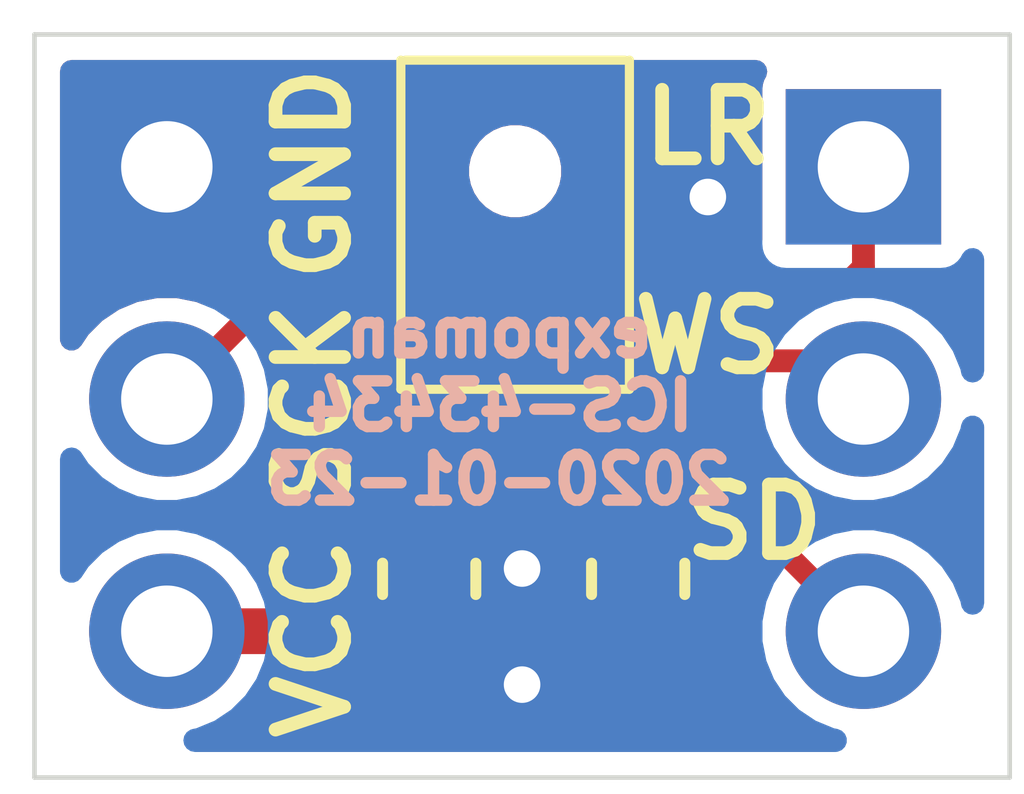
<source format=kicad_pcb>
(kicad_pcb (version 20171130) (host pcbnew 5.1.5+dfsg1-2)

  (general
    (thickness 1.6)
    (drawings 11)
    (tracks 22)
    (zones 0)
    (modules 5)
    (nets 7)
  )

  (page A4)
  (layers
    (0 F.Cu signal)
    (31 B.Cu signal hide)
    (32 B.Adhes user hide)
    (33 F.Adhes user hide)
    (34 B.Paste user hide)
    (35 F.Paste user hide)
    (36 B.SilkS user hide)
    (37 F.SilkS user)
    (38 B.Mask user hide)
    (39 F.Mask user hide)
    (40 Dwgs.User user hide)
    (41 Cmts.User user hide)
    (42 Eco1.User user hide)
    (43 Eco2.User user hide)
    (44 Edge.Cuts user)
    (45 Margin user hide)
    (46 B.CrtYd user hide)
    (47 F.CrtYd user hide)
    (48 B.Fab user hide)
    (49 F.Fab user hide)
  )

  (setup
    (last_trace_width 0.25)
    (user_trace_width 0.2)
    (user_trace_width 0.25)
    (user_trace_width 0.5)
    (trace_clearance 0.2)
    (zone_clearance 0.254)
    (zone_45_only no)
    (trace_min 0.2)
    (via_size 0.8)
    (via_drill 0.4)
    (via_min_size 0.4)
    (via_min_drill 0.3)
    (uvia_size 0.3)
    (uvia_drill 0.1)
    (uvias_allowed no)
    (uvia_min_size 0.2)
    (uvia_min_drill 0.1)
    (edge_width 0.05)
    (segment_width 0.2)
    (pcb_text_width 0.3)
    (pcb_text_size 1.5 1.5)
    (mod_edge_width 0.12)
    (mod_text_size 1 1)
    (mod_text_width 0.15)
    (pad_size 1.524 1.524)
    (pad_drill 0.762)
    (pad_to_mask_clearance 0.051)
    (solder_mask_min_width 0.25)
    (aux_axis_origin 0 0)
    (visible_elements FFFFFF7F)
    (pcbplotparams
      (layerselection 0x010fc_ffffffff)
      (usegerberextensions false)
      (usegerberattributes false)
      (usegerberadvancedattributes false)
      (creategerberjobfile false)
      (excludeedgelayer true)
      (linewidth 0.100000)
      (plotframeref false)
      (viasonmask false)
      (mode 1)
      (useauxorigin false)
      (hpglpennumber 1)
      (hpglpenspeed 20)
      (hpglpendiameter 15.000000)
      (psnegative false)
      (psa4output false)
      (plotreference true)
      (plotvalue true)
      (plotinvisibletext false)
      (padsonsilk false)
      (subtractmaskfromsilk false)
      (outputformat 1)
      (mirror false)
      (drillshape 1)
      (scaleselection 1)
      (outputdirectory ""))
  )

  (net 0 "")
  (net 1 GND)
  (net 2 VCC)
  (net 3 /WS)
  (net 4 /SCK)
  (net 5 /SD)
  (net 6 /LR)

  (net_class Default "Dies ist die voreingestellte Netzklasse."
    (clearance 0.2)
    (trace_width 0.25)
    (via_dia 0.8)
    (via_drill 0.4)
    (uvia_dia 0.3)
    (uvia_drill 0.1)
    (add_net /LR)
    (add_net /SCK)
    (add_net /SD)
    (add_net /WS)
    (add_net GND)
    (add_net VCC)
  )

  (module Resistor_SMD:R_0603_1608Metric_Pad1.05x0.95mm_HandSolder (layer F.Cu) (tedit 5B301BBD) (tstamp 5E29B28D)
    (at 105.156 104.507 90)
    (descr "Resistor SMD 0603 (1608 Metric), square (rectangular) end terminal, IPC_7351 nominal with elongated pad for handsoldering. (Body size source: http://www.tortai-tech.com/upload/download/2011102023233369053.pdf), generated with kicad-footprint-generator")
    (tags "resistor handsolder")
    (path /5E29CF02)
    (attr smd)
    (fp_text reference R1 (at 0 -1.43 90) (layer F.SilkS) hide
      (effects (font (size 1 1) (thickness 0.15)))
    )
    (fp_text value 100k (at 0 1.43 90) (layer F.Fab)
      (effects (font (size 1 1) (thickness 0.15)))
    )
    (fp_text user %R (at 0 0 90) (layer F.Fab)
      (effects (font (size 0.4 0.4) (thickness 0.06)))
    )
    (fp_line (start 1.65 0.73) (end -1.65 0.73) (layer F.CrtYd) (width 0.05))
    (fp_line (start 1.65 -0.73) (end 1.65 0.73) (layer F.CrtYd) (width 0.05))
    (fp_line (start -1.65 -0.73) (end 1.65 -0.73) (layer F.CrtYd) (width 0.05))
    (fp_line (start -1.65 0.73) (end -1.65 -0.73) (layer F.CrtYd) (width 0.05))
    (fp_line (start -0.171267 0.51) (end 0.171267 0.51) (layer F.SilkS) (width 0.12))
    (fp_line (start -0.171267 -0.51) (end 0.171267 -0.51) (layer F.SilkS) (width 0.12))
    (fp_line (start 0.8 0.4) (end -0.8 0.4) (layer F.Fab) (width 0.1))
    (fp_line (start 0.8 -0.4) (end 0.8 0.4) (layer F.Fab) (width 0.1))
    (fp_line (start -0.8 -0.4) (end 0.8 -0.4) (layer F.Fab) (width 0.1))
    (fp_line (start -0.8 0.4) (end -0.8 -0.4) (layer F.Fab) (width 0.1))
    (pad 2 smd roundrect (at 0.875 0 90) (size 1.05 0.95) (layers F.Cu F.Paste F.Mask) (roundrect_rratio 0.25)
      (net 5 /SD))
    (pad 1 smd roundrect (at -0.875 0 90) (size 1.05 0.95) (layers F.Cu F.Paste F.Mask) (roundrect_rratio 0.25)
      (net 1 GND))
    (model ${KISYS3DMOD}/Resistor_SMD.3dshapes/R_0603_1608Metric.wrl
      (at (xyz 0 0 0))
      (scale (xyz 1 1 1))
      (rotate (xyz 0 0 0))
    )
  )

  (module Connector_PinSocket_2.54mm:PinSocket_1x03_P2.54mm_Vertical (layer F.Cu) (tedit 5E295D8C) (tstamp 5E294537)
    (at 100 100)
    (descr "Through hole straight socket strip, 1x03, 2.54mm pitch, single row (from Kicad 4.0.7), script generated")
    (tags "Through hole socket strip THT 1x03 2.54mm single row")
    (path /5E2945BD)
    (fp_text reference J1 (at 0 -2.77) (layer F.SilkS) hide
      (effects (font (size 1 1) (thickness 0.15)))
    )
    (fp_text value Conn_01x03_Male (at 0 7.85) (layer F.Fab)
      (effects (font (size 1 1) (thickness 0.15)))
    )
    (fp_text user %R (at 0 2.54 90) (layer F.Fab)
      (effects (font (size 1 1) (thickness 0.15)))
    )
    (fp_line (start -1.8 6.85) (end -1.8 -1.8) (layer F.CrtYd) (width 0.05))
    (fp_line (start 1.75 6.85) (end -1.8 6.85) (layer F.CrtYd) (width 0.05))
    (fp_line (start 1.75 -1.8) (end 1.75 6.85) (layer F.CrtYd) (width 0.05))
    (fp_line (start -1.8 -1.8) (end 1.75 -1.8) (layer F.CrtYd) (width 0.05))
    (fp_line (start -1.27 6.35) (end -1.27 -1.27) (layer F.Fab) (width 0.1))
    (fp_line (start 1.27 6.35) (end -1.27 6.35) (layer F.Fab) (width 0.1))
    (fp_line (start 1.27 -0.635) (end 1.27 6.35) (layer F.Fab) (width 0.1))
    (fp_line (start 0.635 -1.27) (end 1.27 -0.635) (layer F.Fab) (width 0.1))
    (fp_line (start -1.27 -1.27) (end 0.635 -1.27) (layer F.Fab) (width 0.1))
    (pad 3 thru_hole oval (at 0 5.08) (size 1.7 1.7) (drill 1) (layers *.Cu *.Mask)
      (net 2 VCC))
    (pad 2 thru_hole oval (at 0 2.54) (size 1.7 1.7) (drill 1) (layers *.Cu *.Mask)
      (net 4 /SCK))
    (pad 1 thru_hole rect (at 0 0) (size 1.7 1.7) (drill 1) (layers *.Cu *.Mask)
      (net 1 GND))
    (model ${KISYS3DMOD}/Connector_PinSocket_2.54mm.3dshapes/PinSocket_1x03_P2.54mm_Vertical.wrl
      (at (xyz 0 0 0))
      (scale (xyz 1 1 1))
      (rotate (xyz 0 0 0))
    )
  )

  (module Connector_PinSocket_2.54mm:PinSocket_1x03_P2.54mm_Vertical (layer F.Cu) (tedit 5E295CE9) (tstamp 5E29AAD6)
    (at 107.62 100)
    (descr "Through hole straight socket strip, 1x03, 2.54mm pitch, single row (from Kicad 4.0.7), script generated")
    (tags "Through hole socket strip THT 1x03 2.54mm single row")
    (path /5E294D7F)
    (fp_text reference J2 (at 0 -2.77) (layer F.SilkS) hide
      (effects (font (size 1 1) (thickness 0.15)))
    )
    (fp_text value Conn_01x03_Male (at 0 7.85) (layer F.Fab)
      (effects (font (size 1 1) (thickness 0.15)))
    )
    (fp_text user %R (at 0 2.54 90) (layer F.Fab)
      (effects (font (size 1 1) (thickness 0.15)))
    )
    (fp_line (start -1.8 6.85) (end -1.8 -1.8) (layer F.CrtYd) (width 0.05))
    (fp_line (start 1.75 6.85) (end -1.8 6.85) (layer F.CrtYd) (width 0.05))
    (fp_line (start 1.75 -1.8) (end 1.75 6.85) (layer F.CrtYd) (width 0.05))
    (fp_line (start -1.8 -1.8) (end 1.75 -1.8) (layer F.CrtYd) (width 0.05))
    (fp_line (start -1.27 6.35) (end -1.27 -1.27) (layer F.Fab) (width 0.1))
    (fp_line (start 1.27 6.35) (end -1.27 6.35) (layer F.Fab) (width 0.1))
    (fp_line (start 1.27 -0.635) (end 1.27 6.35) (layer F.Fab) (width 0.1))
    (fp_line (start 0.635 -1.27) (end 1.27 -0.635) (layer F.Fab) (width 0.1))
    (fp_line (start -1.27 -1.27) (end 0.635 -1.27) (layer F.Fab) (width 0.1))
    (pad 3 thru_hole oval (at 0 5.08) (size 1.7 1.7) (drill 1) (layers *.Cu *.Mask)
      (net 5 /SD))
    (pad 2 thru_hole oval (at 0 2.54) (size 1.7 1.7) (drill 1) (layers *.Cu *.Mask)
      (net 3 /WS))
    (pad 1 thru_hole rect (at 0 0) (size 1.7 1.7) (drill 1) (layers *.Cu *.Mask)
      (net 6 /LR))
    (model ${KISYS3DMOD}/Connector_PinSocket_2.54mm.3dshapes/PinSocket_1x03_P2.54mm_Vertical.wrl
      (at (xyz 0 0 0))
      (scale (xyz 1 1 1))
      (rotate (xyz 0 0 0))
    )
  )

  (module Sensor_Audio:TDK_ICS-43434 (layer F.Cu) (tedit 5E2947D7) (tstamp 5E29AAD9)
    (at 103.81 101.3 90)
    (path /5E27F3BF)
    (fp_text reference U1 (at 1.01 -2.13 90) (layer F.SilkS) hide
      (effects (font (size 1 1) (thickness 0.15)))
    )
    (fp_text value ICS-43434 (at 0.57 -3.68 90) (layer F.Fab)
      (effects (font (size 1 1) (thickness 0.15)))
    )
    (fp_arc (start 1.252 0) (end 0.5645 0) (angle -60) (layer F.Paste) (width 0.25))
    (fp_arc (start 1.252 0) (end 1.252 -0.6875) (angle -60) (layer F.Paste) (width 0.25))
    (fp_arc (start 1.252 0) (end 1.9395 0) (angle -60) (layer F.Paste) (width 0.25))
    (fp_arc (start 1.252 0) (end 1.252 0.6875) (angle -60) (layer F.Paste) (width 0.25))
    (fp_line (start -1.133 -1.25) (end -1.133 1.25) (layer F.CrtYd) (width 0.1))
    (fp_line (start 2.467 -1.25) (end 2.467 1.25) (layer F.CrtYd) (width 0.1))
    (fp_line (start -1.133 -1.25) (end 2.467 -1.25) (layer F.CrtYd) (width 0.1))
    (fp_line (start -1.133 1.25) (end 2.467 1.25) (layer F.CrtYd) (width 0.1))
    (fp_line (start -1.133 -1.25) (end -1.133 1.25) (layer F.SilkS) (width 0.1))
    (fp_line (start 2.467 -1.2) (end 2.467 1.2) (layer F.SilkS) (width 0.1))
    (fp_line (start -1.133 -1.25) (end 2.467 -1.25) (layer F.SilkS) (width 0.1))
    (fp_line (start -1.133 1.25) (end 2.467 1.25) (layer F.SilkS) (width 0.1))
    (pad 3 smd custom (at 1.9145 0 90) (size 0.2 0.2) (layers F.Cu F.Mask)
      (net 1 GND) (zone_connect 2)
      (options (clearance outline) (anchor circle))
      (primitives
        (gr_circle (center -0.6625 0) (end 0 0) (width 0.3))
      ))
    (pad "" np_thru_hole circle (at 1.252 0 90) (size 0.5 0.5) (drill 0.5) (layers *.Cu *.Mask)
      (zone_connect 0))
    (pad 4 smd rect (at 0 -0.9 90) (size 0.522 0.6) (layers F.Cu F.Paste F.Mask)
      (net 4 /SCK))
    (pad 5 smd rect (at -0.822 -0.9 90) (size 0.522 0.6) (layers F.Cu F.Paste F.Mask)
      (net 2 VCC))
    (pad 6 smd rect (at -0.822 0 90) (size 0.522 0.6) (layers F.Cu F.Paste F.Mask)
      (net 5 /SD))
    (pad 2 smd rect (at 0 0.9 90) (size 0.522 0.6) (layers F.Cu F.Paste F.Mask)
      (net 6 /LR))
    (pad 1 smd rect (at -0.822 0.9 90) (size 0.522 0.6) (layers F.Cu F.Paste F.Mask)
      (net 3 /WS))
  )

  (module Capacitor_SMD:C_0603_1608Metric_Pad1.05x0.95mm_HandSolder (layer F.Cu) (tedit 5B301BBE) (tstamp 5E2A9B8B)
    (at 102.87 104.507 270)
    (descr "Capacitor SMD 0603 (1608 Metric), square (rectangular) end terminal, IPC_7351 nominal with elongated pad for handsoldering. (Body size source: http://www.tortai-tech.com/upload/download/2011102023233369053.pdf), generated with kicad-footprint-generator")
    (tags "capacitor handsolder")
    (path /5E296A82)
    (attr smd)
    (fp_text reference C1 (at 0 -1.43 90) (layer F.SilkS) hide
      (effects (font (size 1 1) (thickness 0.15)))
    )
    (fp_text value 100nF (at 0 1.43 90) (layer F.Fab)
      (effects (font (size 1 1) (thickness 0.15)))
    )
    (fp_text user %R (at 0 0 90) (layer F.Fab)
      (effects (font (size 0.4 0.4) (thickness 0.06)))
    )
    (fp_line (start 1.65 0.73) (end -1.65 0.73) (layer F.CrtYd) (width 0.05))
    (fp_line (start 1.65 -0.73) (end 1.65 0.73) (layer F.CrtYd) (width 0.05))
    (fp_line (start -1.65 -0.73) (end 1.65 -0.73) (layer F.CrtYd) (width 0.05))
    (fp_line (start -1.65 0.73) (end -1.65 -0.73) (layer F.CrtYd) (width 0.05))
    (fp_line (start -0.171267 0.51) (end 0.171267 0.51) (layer F.SilkS) (width 0.12))
    (fp_line (start -0.171267 -0.51) (end 0.171267 -0.51) (layer F.SilkS) (width 0.12))
    (fp_line (start 0.8 0.4) (end -0.8 0.4) (layer F.Fab) (width 0.1))
    (fp_line (start 0.8 -0.4) (end 0.8 0.4) (layer F.Fab) (width 0.1))
    (fp_line (start -0.8 -0.4) (end 0.8 -0.4) (layer F.Fab) (width 0.1))
    (fp_line (start -0.8 0.4) (end -0.8 -0.4) (layer F.Fab) (width 0.1))
    (pad 2 smd roundrect (at 0.875 0 270) (size 1.05 0.95) (layers F.Cu F.Paste F.Mask) (roundrect_rratio 0.25)
      (net 1 GND))
    (pad 1 smd roundrect (at -0.875 0 270) (size 1.05 0.95) (layers F.Cu F.Paste F.Mask) (roundrect_rratio 0.25)
      (net 2 VCC))
    (model ${KISYS3DMOD}/Capacitor_SMD.3dshapes/C_0603_1608Metric.wrl
      (at (xyz 0 0 0))
      (scale (xyz 1 1 1))
      (rotate (xyz 0 0 0))
    )
  )

  (gr_text "expoman\nICS-43434\n2020-01-23" (at 103.632 102.616) (layer B.SilkS)
    (effects (font (size 0.5 0.5) (thickness 0.125)) (justify mirror))
  )
  (gr_text GND (at 101.6 100.076 90) (layer F.SilkS)
    (effects (font (size 0.75 0.75) (thickness 0.15)))
  )
  (gr_text SCK (at 101.6 102.616 90) (layer F.SilkS)
    (effects (font (size 0.75 0.75) (thickness 0.15)))
  )
  (gr_text VCC (at 101.6 105.156 90) (layer F.SilkS)
    (effects (font (size 0.75 0.75) (thickness 0.15)))
  )
  (gr_text LR (at 105.918 99.568) (layer F.SilkS)
    (effects (font (size 0.75 0.75) (thickness 0.15)))
  )
  (gr_text WS (at 105.918 101.854) (layer F.SilkS) (tstamp 5E29B2BA)
    (effects (font (size 0.75 0.75) (thickness 0.15)))
  )
  (gr_text SD (at 106.426 103.886) (layer F.SilkS)
    (effects (font (size 0.75 0.75) (thickness 0.15)))
  )
  (gr_line (start 109.22 98.552) (end 98.552 98.552) (layer Edge.Cuts) (width 0.05) (tstamp 5E2956DD))
  (gr_line (start 109.22 106.68) (end 109.22 98.552) (layer Edge.Cuts) (width 0.05))
  (gr_line (start 98.552 106.68) (end 109.22 106.68) (layer Edge.Cuts) (width 0.05))
  (gr_line (start 98.552 98.552) (end 98.552 106.68) (layer Edge.Cuts) (width 0.05))

  (via (at 103.886 105.664) (size 0.8) (drill 0.4) (layers F.Cu B.Cu) (net 1))
  (via (at 103.886 104.394) (size 0.8) (drill 0.4) (layers F.Cu B.Cu) (net 1))
  (via (at 105.918 100.33) (size 0.8) (drill 0.4) (layers F.Cu B.Cu) (net 1))
  (segment (start 100.076 105.156) (end 100 105.08) (width 0.5) (layer F.Cu) (net 2))
  (segment (start 101.422 105.08) (end 102.87 103.632) (width 0.5) (layer F.Cu) (net 2))
  (segment (start 100 105.08) (end 101.422 105.08) (width 0.5) (layer F.Cu) (net 2))
  (segment (start 102.87 102.162) (end 102.91 102.122) (width 0.5) (layer F.Cu) (net 2))
  (segment (start 102.87 103.632) (end 102.87 102.162) (width 0.5) (layer F.Cu) (net 2))
  (segment (start 107.402 102.322) (end 107.62 102.54) (width 0.25) (layer F.Cu) (net 3))
  (segment (start 107.202 102.122) (end 107.62 102.54) (width 0.25) (layer F.Cu) (net 3))
  (segment (start 104.71 102.122) (end 107.202 102.122) (width 0.25) (layer F.Cu) (net 3))
  (segment (start 100 102.54) (end 101.04 101.5) (width 0.25) (layer F.Cu) (net 4))
  (segment (start 101.24 101.3) (end 101.04 101.5) (width 0.25) (layer F.Cu) (net 4))
  (segment (start 102.91 101.3) (end 101.24 101.3) (width 0.25) (layer F.Cu) (net 4))
  (segment (start 104.681 103.632) (end 105.156 103.632) (width 0.25) (layer F.Cu) (net 5))
  (segment (start 103.81 102.761) (end 104.681 103.632) (width 0.25) (layer F.Cu) (net 5))
  (segment (start 103.81 102.122) (end 103.81 102.761) (width 0.25) (layer F.Cu) (net 5))
  (segment (start 106.172 103.632) (end 107.62 105.08) (width 0.25) (layer F.Cu) (net 5))
  (segment (start 105.156 103.632) (end 106.172 103.632) (width 0.25) (layer F.Cu) (net 5))
  (segment (start 107.42 101.3) (end 107.62 101.1) (width 0.25) (layer F.Cu) (net 6))
  (segment (start 107.62 101.1) (end 107.62 100) (width 0.25) (layer F.Cu) (net 6))
  (segment (start 104.71 101.3) (end 107.42 101.3) (width 0.25) (layer F.Cu) (net 6))

  (zone (net 1) (net_name GND) (layer B.Cu) (tstamp 0) (hatch edge 0.508)
    (connect_pads yes (clearance 0.254))
    (min_thickness 0.254)
    (fill yes (arc_segments 32) (thermal_gap 0.508) (thermal_bridge_width 0.508))
    (polygon
      (pts
        (xy 109.22 106.68) (xy 98.552 106.68) (xy 98.552 98.552) (xy 109.22 98.552)
      )
    )
    (filled_polygon
      (pts
        (xy 106.416299 99.003492) (xy 106.394513 99.075311) (xy 106.387157 99.15) (xy 106.387157 100.85) (xy 106.394513 100.924689)
        (xy 106.416299 100.996508) (xy 106.451678 101.062696) (xy 106.499289 101.120711) (xy 106.557304 101.168322) (xy 106.623492 101.203701)
        (xy 106.695311 101.225487) (xy 106.77 101.232843) (xy 108.47 101.232843) (xy 108.544689 101.225487) (xy 108.616508 101.203701)
        (xy 108.682696 101.168322) (xy 108.740711 101.120711) (xy 108.788322 101.062696) (xy 108.814001 101.014656) (xy 108.814001 102.23275)
        (xy 108.803693 102.180931) (xy 108.710898 101.956903) (xy 108.57618 101.755283) (xy 108.404717 101.58382) (xy 108.203097 101.449102)
        (xy 107.979069 101.356307) (xy 107.741243 101.309) (xy 107.498757 101.309) (xy 107.260931 101.356307) (xy 107.036903 101.449102)
        (xy 106.835283 101.58382) (xy 106.66382 101.755283) (xy 106.529102 101.956903) (xy 106.436307 102.180931) (xy 106.389 102.418757)
        (xy 106.389 102.661243) (xy 106.436307 102.899069) (xy 106.529102 103.123097) (xy 106.66382 103.324717) (xy 106.835283 103.49618)
        (xy 107.036903 103.630898) (xy 107.260931 103.723693) (xy 107.498757 103.771) (xy 107.741243 103.771) (xy 107.979069 103.723693)
        (xy 108.203097 103.630898) (xy 108.404717 103.49618) (xy 108.57618 103.324717) (xy 108.710898 103.123097) (xy 108.803693 102.899069)
        (xy 108.814 102.84725) (xy 108.814 104.772748) (xy 108.803693 104.720931) (xy 108.710898 104.496903) (xy 108.57618 104.295283)
        (xy 108.404717 104.12382) (xy 108.203097 103.989102) (xy 107.979069 103.896307) (xy 107.741243 103.849) (xy 107.498757 103.849)
        (xy 107.260931 103.896307) (xy 107.036903 103.989102) (xy 106.835283 104.12382) (xy 106.66382 104.295283) (xy 106.529102 104.496903)
        (xy 106.436307 104.720931) (xy 106.389 104.958757) (xy 106.389 105.201243) (xy 106.436307 105.439069) (xy 106.529102 105.663097)
        (xy 106.66382 105.864717) (xy 106.835283 106.03618) (xy 107.036903 106.170898) (xy 107.260931 106.263693) (xy 107.312747 106.274)
        (xy 100.307253 106.274) (xy 100.359069 106.263693) (xy 100.583097 106.170898) (xy 100.784717 106.03618) (xy 100.95618 105.864717)
        (xy 101.090898 105.663097) (xy 101.183693 105.439069) (xy 101.231 105.201243) (xy 101.231 104.958757) (xy 101.183693 104.720931)
        (xy 101.090898 104.496903) (xy 100.95618 104.295283) (xy 100.784717 104.12382) (xy 100.583097 103.989102) (xy 100.359069 103.896307)
        (xy 100.121243 103.849) (xy 99.878757 103.849) (xy 99.640931 103.896307) (xy 99.416903 103.989102) (xy 99.215283 104.12382)
        (xy 99.04382 104.295283) (xy 98.958 104.423722) (xy 98.958 103.196278) (xy 99.04382 103.324717) (xy 99.215283 103.49618)
        (xy 99.416903 103.630898) (xy 99.640931 103.723693) (xy 99.878757 103.771) (xy 100.121243 103.771) (xy 100.359069 103.723693)
        (xy 100.583097 103.630898) (xy 100.784717 103.49618) (xy 100.95618 103.324717) (xy 101.090898 103.123097) (xy 101.183693 102.899069)
        (xy 101.231 102.661243) (xy 101.231 102.418757) (xy 101.183693 102.180931) (xy 101.090898 101.956903) (xy 100.95618 101.755283)
        (xy 100.784717 101.58382) (xy 100.583097 101.449102) (xy 100.359069 101.356307) (xy 100.121243 101.309) (xy 99.878757 101.309)
        (xy 99.640931 101.356307) (xy 99.416903 101.449102) (xy 99.215283 101.58382) (xy 99.04382 101.755283) (xy 98.958 101.883722)
        (xy 98.958 99.985852) (xy 103.179 99.985852) (xy 103.179 100.110148) (xy 103.203249 100.232056) (xy 103.250815 100.346891)
        (xy 103.31987 100.450239) (xy 103.407761 100.53813) (xy 103.511109 100.607185) (xy 103.625944 100.654751) (xy 103.747852 100.679)
        (xy 103.872148 100.679) (xy 103.994056 100.654751) (xy 104.108891 100.607185) (xy 104.212239 100.53813) (xy 104.30013 100.450239)
        (xy 104.369185 100.346891) (xy 104.416751 100.232056) (xy 104.441 100.110148) (xy 104.441 99.985852) (xy 104.416751 99.863944)
        (xy 104.369185 99.749109) (xy 104.30013 99.645761) (xy 104.212239 99.55787) (xy 104.108891 99.488815) (xy 103.994056 99.441249)
        (xy 103.872148 99.417) (xy 103.747852 99.417) (xy 103.625944 99.441249) (xy 103.511109 99.488815) (xy 103.407761 99.55787)
        (xy 103.31987 99.645761) (xy 103.250815 99.749109) (xy 103.203249 99.863944) (xy 103.179 99.985852) (xy 98.958 99.985852)
        (xy 98.958 98.958) (xy 106.440616 98.958)
      )
    )
  )
  (zone (net 1) (net_name GND) (layer F.Cu) (tstamp 0) (hatch edge 0.508)
    (connect_pads yes (clearance 0.254))
    (min_thickness 0.254)
    (fill yes (arc_segments 32) (thermal_gap 0.508) (thermal_bridge_width 0.508))
    (polygon
      (pts
        (xy 109.22 102.108) (xy 98.552 102.108) (xy 98.552 98.552) (xy 109.22 98.552)
      )
    )
    (filled_polygon
      (pts
        (xy 106.416299 99.003492) (xy 106.394513 99.075311) (xy 106.387157 99.15) (xy 106.387157 100.794) (xy 105.301811 100.794)
        (xy 105.280711 100.768289) (xy 105.222696 100.720678) (xy 105.156508 100.685299) (xy 105.084689 100.663513) (xy 105.01 100.656157)
        (xy 104.41 100.656157) (xy 104.335311 100.663513) (xy 104.263492 100.685299) (xy 104.197304 100.720678) (xy 104.139289 100.768289)
        (xy 104.091678 100.826304) (xy 104.056299 100.892492) (xy 104.034513 100.964311) (xy 104.027157 101.039) (xy 104.027157 101.478157)
        (xy 103.592843 101.478157) (xy 103.592843 101.039) (xy 103.585487 100.964311) (xy 103.563701 100.892492) (xy 103.528322 100.826304)
        (xy 103.480711 100.768289) (xy 103.422696 100.720678) (xy 103.356508 100.685299) (xy 103.284689 100.663513) (xy 103.21 100.656157)
        (xy 102.61 100.656157) (xy 102.535311 100.663513) (xy 102.463492 100.685299) (xy 102.397304 100.720678) (xy 102.339289 100.768289)
        (xy 102.318189 100.794) (xy 101.264854 100.794) (xy 101.24 100.791552) (xy 101.215146 100.794) (xy 101.140807 100.801322)
        (xy 101.045425 100.830255) (xy 100.957521 100.877241) (xy 100.880473 100.940473) (xy 100.864624 100.959785) (xy 100.699784 101.124625)
        (xy 100.699778 101.12463) (xy 100.436167 101.388242) (xy 100.359069 101.356307) (xy 100.121243 101.309) (xy 99.878757 101.309)
        (xy 99.640931 101.356307) (xy 99.416903 101.449102) (xy 99.215283 101.58382) (xy 99.04382 101.755283) (xy 98.958 101.883722)
        (xy 98.958 99.985852) (xy 103.179 99.985852) (xy 103.179 100.110148) (xy 103.203249 100.232056) (xy 103.250815 100.346891)
        (xy 103.31987 100.450239) (xy 103.407761 100.53813) (xy 103.511109 100.607185) (xy 103.625944 100.654751) (xy 103.747852 100.679)
        (xy 103.872148 100.679) (xy 103.994056 100.654751) (xy 104.108891 100.607185) (xy 104.212239 100.53813) (xy 104.30013 100.450239)
        (xy 104.369185 100.346891) (xy 104.416751 100.232056) (xy 104.441 100.110148) (xy 104.441 99.985852) (xy 104.416751 99.863944)
        (xy 104.369185 99.749109) (xy 104.30013 99.645761) (xy 104.212239 99.55787) (xy 104.108891 99.488815) (xy 103.994056 99.441249)
        (xy 103.872148 99.417) (xy 103.747852 99.417) (xy 103.625944 99.441249) (xy 103.511109 99.488815) (xy 103.407761 99.55787)
        (xy 103.31987 99.645761) (xy 103.250815 99.749109) (xy 103.203249 99.863944) (xy 103.179 99.985852) (xy 98.958 99.985852)
        (xy 98.958 98.958) (xy 106.440616 98.958)
      )
    )
  )
  (zone (net 1) (net_name GND) (layer F.Cu) (tstamp 5E2A9DD0) (hatch edge 0.508)
    (connect_pads yes (clearance 0.127))
    (min_thickness 0.127)
    (fill yes (arc_segments 32) (thermal_gap 0.508) (thermal_bridge_width 0.508))
    (polygon
      (pts
        (xy 106.172 104.14) (xy 106.172 106.172) (xy 102.108 106.172) (xy 102.108 103.124) (xy 105.156 103.124)
      )
    )
    (filled_polygon
      (pts
        (xy 104.392797 103.893219) (xy 104.40496 103.90804) (xy 104.416226 103.917286) (xy 104.416226 103.9195) (xy 104.425877 104.017489)
        (xy 104.454459 104.111712) (xy 104.500874 104.198548) (xy 104.563339 104.274661) (xy 104.639452 104.337126) (xy 104.726288 104.383541)
        (xy 104.820511 104.412123) (xy 104.9185 104.421774) (xy 105.3935 104.421774) (xy 105.491489 104.412123) (xy 105.585712 104.383541)
        (xy 105.672548 104.337126) (xy 105.748661 104.274661) (xy 105.811126 104.198548) (xy 105.857541 104.111712) (xy 105.88521 104.0205)
        (xy 105.962698 104.0205) (xy 106.1085 104.166302) (xy 106.1085 106.1085) (xy 102.1715 106.1085) (xy 102.1715 105.056697)
        (xy 102.806424 104.421774) (xy 103.1075 104.421774) (xy 103.205489 104.412123) (xy 103.299712 104.383541) (xy 103.386548 104.337126)
        (xy 103.462661 104.274661) (xy 103.525126 104.198548) (xy 103.571541 104.111712) (xy 103.600123 104.017489) (xy 103.609774 103.9195)
        (xy 103.609774 103.3445) (xy 103.600123 103.246511) (xy 103.582222 103.1875) (xy 103.687079 103.1875)
      )
    )
  )
)

</source>
